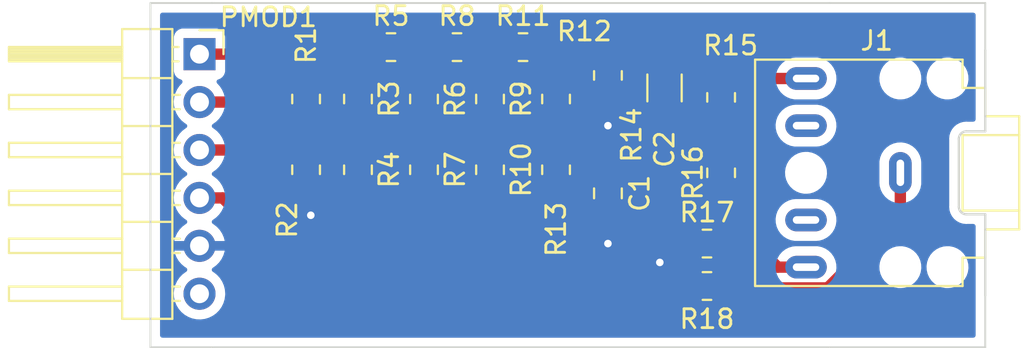
<source format=kicad_pcb>
(kicad_pcb (version 20211014) (generator pcbnew)
  (layers (0 "F.Cu" signal) (31 "B.Cu" signal) (34 "B.Paste" user) (35 "F.Paste" user) (36 "B.SilkS" user "B.Silkscreen") (37 "F.SilkS" user "F.Silkscreen") (38 "B.Mask" user) (39 "F.Mask" user) (44 "Edge.Cuts" user))
  (net 0 "")
  (net 1 "Net-(C1-Pad1)")
  (net 2 "GND")
  (net 3 "Net-(C2-Pad2)")
  (net 4 "Net-(J1-PadR)")
  (net 6 "Net-(J1-PadS)")
  (net 7 "Net-(J1-PadT)")
  (net 9 "Net-(PMOD1-Pad1)")
  (net 10 "Net-(PMOD1-Pad2)")
  (net 11 "Net-(PMOD1-Pad3)")
  (net 12 "Net-(PMOD1-Pad4)")
  (net 14 "Net-(R1-Pad1)")
  (net 15 "Net-(R1-Pad2)")
  (net 16 "Net-(R3-Pad2)")
  (net 17 "Net-(R5-Pad2)")
  (net 18 "Net-(R6-Pad2)")
  (net 19 "Net-(R11-Pad1)")
  (net 20 "Net-(R10-Pad1)")
  (net 21 "Net-(R12-Pad2)")
  (footprint "Resistor_SMD:R_0805_2012Metric" (layer "F.Cu") (at 153.75 95.0875 -90)
    (fp_text reference "R12" (at -3.5875 -1.5 180) (layer "F.SilkS"))
    (fp_text value "75" hide)
    (fp_line (start -0.227064 -0.735) (end 0.227064 -0.735) (layer "F.SilkS") (width 0.12))
    (fp_line (start -0.227064 0.735) (end 0.227064 0.735) (layer "F.SilkS") (width 0.12))
    (pad "1" smd roundrect (at -0.9125 0 270) (size 1.025 1.4) (layers "F.Cu" "F.Paste" "F.Mask") (roundrect_rratio 0.243902) (net 1 "Net-(C1-Pad1)"))
    (pad "2" smd roundrect (at 0.9125 0 270) (size 1.025 1.4) (layers "F.Cu" "F.Paste" "F.Mask") (roundrect_rratio 0.243902) (net 21 "Net-(R12-Pad2)"))
  )
  (footprint "pmod-conn_6x2:pmod_type_1_pin" (layer "F.Cu") (at 132.08 99.06)
    (fp_text reference "PMOD1" (at 6.42 -8.31 unlocked) (layer "F.SilkS"))
    (fp_text value "PMOD-Device-x1-Type-1-GPIO" hide)
    (fp_line (start -1.33 -1.65) (end -7.33 -1.65) (layer "F.SilkS") (width 0.12))
    (fp_line (start -7.33 -4.19) (end -7.33 -3.43) (layer "F.SilkS") (width 0.12))
    (fp_line (start -7.33 5.97) (end -7.33 6.73) (layer "F.SilkS") (width 0.12))
    (fp_line (start -1.33 0.89) (end -7.33 0.89) (layer "F.SilkS") (width 0.12))
    (fp_line (start 1.727071 -3.43) (end 1.33 -3.43) (layer "F.SilkS") (width 0.12))
    (fp_line (start 1.33 -5.08) (end -1.33 -5.08) (layer "F.SilkS") (width 0.12))
    (fp_line (start -1.33 -6.43) (end -7.33 -6.43) (layer "F.SilkS") (width 0.12))
    (fp_line (start -1.33 -4.19) (end -7.33 -4.19) (layer "F.SilkS") (width 0.12))
    (fp_line (start 1.727071 4.19) (end 1.33 4.19) (layer "F.SilkS") (width 0.12))
    (fp_line (start 1.33 2.54) (end -1.33 2.54) (layer "F.SilkS") (width 0.12))
    (fp_line (start 1.727071 -1.65) (end 1.33 -1.65) (layer "F.SilkS") (width 0.12))
    (fp_line (start 1.727071 3.43) (end 1.33 3.43) (layer "F.SilkS") (width 0.12))
    (fp_line (start 1.727071 1.65) (end 1.33 1.65) (layer "F.SilkS") (width 0.12))
    (fp_line (start -7.33 3.43) (end -7.33 4.19) (layer "F.SilkS") (width 0.12))
    (fp_line (start -7.33 -1.65) (end -7.33 -0.89) (layer "F.SilkS") (width 0.12))
    (fp_line (start 1.727071 0.89) (end 1.33 0.89) (layer "F.SilkS") (width 0.12))
    (fp_line (start -1.33 -6.19) (end -7.33 -6.19) (layer "F.SilkS") (width 0.12))
    (fp_line (start -1.33 -6.55) (end -7.33 -6.55) (layer "F.SilkS") (width 0.12))
    (fp_line (start -1.33 7.68) (end -1.33 -7.68) (layer "F.SilkS") (width 0.12))
    (fp_line (start 1.33 0) (end -1.33 0) (layer "F.SilkS") (width 0.12))
    (fp_line (start -7.33 -0.89) (end -1.33 -0.89) (layer "F.SilkS") (width 0.12))
    (fp_line (start -7.33 4.19) (end -1.33 4.19) (layer "F.SilkS") (width 0.12))
    (fp_line (start 1.727071 -0.89) (end 1.33 -0.89) (layer "F.SilkS") (width 0.12))
    (fp_line (start 1.66 -6.73) (end 1.33 -6.73) (layer "F.SilkS") (width 0.12))
    (fp_line (start -1.33 -7.68) (end 1.33 -7.68) (layer "F.SilkS") (width 0.12))
    (fp_line (start 4.04 -7.62) (end 2.77 -7.62) (layer "F.SilkS") (width 0.12))
    (fp_line (start -7.33 1.65) (end -1.33 1.65) (layer "F.SilkS") (width 0.12))
    (fp_line (start -1.33 3.43) (end -7.33 3.43) (layer "F.SilkS") (width 0.12))
    (fp_line (start -7.33 0.89) (end -7.33 1.65) (layer "F.SilkS") (width 0.12))
    (fp_line (start -7.33 -5.97) (end -1.33 -5.97) (layer "F.SilkS") (width 0.12))
    (fp_line (start 1.33 5.08) (end -1.33 5.08) (layer "F.SilkS") (width 0.12))
    (fp_line (start 1.33 -2.54) (end -1.33 -2.54) (layer "F.SilkS") (width 0.12))
    (fp_line (start 1.727071 5.97) (end 1.33 5.97) (layer "F.SilkS") (width 0.12))
    (fp_line (start -7.33 -6.73) (end -7.33 -5.97) (layer "F.SilkS") (width 0.12))
    (fp_line (start 1.727071 -4.19) (end 1.33 -4.19) (layer "F.SilkS") (width 0.12))
    (fp_line (start 1.33 7.68) (end -1.33 7.68) (layer "F.SilkS") (width 0.12))
    (fp_line (start 1.66 -5.97) (end 1.33 -5.97) (layer "F.SilkS") (width 0.12))
    (fp_line (start -1.33 -6.73) (end -7.33 -6.73) (layer "F.SilkS") (width 0.12))
    (fp_line (start 4.04 -6.35) (end 4.04 -7.62) (layer "F.SilkS") (width 0.12))
    (fp_line (start -1.33 -6.67) (end -7.33 -6.67) (layer "F.SilkS") (width 0.12))
    (fp_line (start -7.33 -3.43) (end -1.33 -3.43) (layer "F.SilkS") (width 0.12))
    (fp_line (start 1.33 -7.68) (end 1.33 7.68) (layer "F.SilkS") (width 0.12))
    (fp_line (start -1.33 -6.31) (end -7.33 -6.31) (layer "F.SilkS") (width 0.12))
    (fp_line (start -7.33 6.73) (end -1.33 6.73) (layer "F.SilkS") (width 0.12))
    (fp_line (start 1.727071 6.73) (end 1.33 6.73) (layer "F.SilkS") (width 0.12))
    (fp_line (start -1.33 -6.07) (end -7.33 -6.07) (layer "F.SilkS") (width 0.12))
    (fp_line (start -1.33 5.97) (end -7.33 5.97) (layer "F.SilkS") (width 0.12))
    (pad "1" thru_hole rect (at 2.77 -6.35) (size 1.7 1.7) (drill 1) (layers *.Cu *.Mask) (net 9 "Net-(PMOD1-Pad1)"))
    (pad "2" thru_hole oval (at 2.77 -3.81) (size 1.7 1.7) (drill 1) (layers *.Cu *.Mask) (net 10 "Net-(PMOD1-Pad2)"))
    (pad "3" thru_hole oval (at 2.77 -1.27) (size 1.7 1.7) (drill 1) (layers *.Cu *.Mask) (net 11 "Net-(PMOD1-Pad3)"))
    (pad "4" thru_hole oval (at 2.77 1.27) (size 1.7 1.7) (drill 1) (layers *.Cu *.Mask) (net 12 "Net-(PMOD1-Pad4)"))
    (pad "5" thru_hole oval (at 2.77 3.81) (size 1.7 1.7) (drill 1) (layers *.Cu *.Mask) (net 2 "GND"))
    (pad "6" thru_hole oval (at 2.77 6.35) (size 1.7 1.7) (drill 1) (layers *.Cu *.Mask))
  )
  (footprint "Resistor_SMD:R_0805_2012Metric" (layer "F.Cu") (at 145 92.3375)
    (fp_text reference "R5" (at 0 -1.65) (layer "F.SilkS"))
    (fp_text value "75" hide)
    (fp_line (start -0.227064 0.735) (end 0.227064 0.735) (layer "F.SilkS") (width 0.12))
    (fp_line (start -0.227064 -0.735) (end 0.227064 -0.735) (layer "F.SilkS") (width 0.12))
    (pad "1" smd roundrect (at -0.9125 0) (size 1.025 1.4) (layers "F.Cu" "F.Paste" "F.Mask") (roundrect_rratio 0.243902) (net 14 "Net-(R1-Pad1)"))
    (pad "2" smd roundrect (at 0.9125 0) (size 1.025 1.4) (layers "F.Cu" "F.Paste" "F.Mask") (roundrect_rratio 0.243902) (net 17 "Net-(R5-Pad2)"))
  )
  (footprint "Resistor_SMD:R_0805_2012Metric" (layer "F.Cu") (at 150.25 98.8375 -90)
    (fp_text reference "R10" (at 0 -1.65 90) (layer "F.SilkS"))
    (fp_text value "75" hide)
    (fp_line (start -0.227064 -0.735) (end 0.227064 -0.735) (layer "F.SilkS") (width 0.12))
    (fp_line (start -0.227064 0.735) (end 0.227064 0.735) (layer "F.SilkS") (width 0.12))
    (pad "1" smd roundrect (at -0.9125 0 270) (size 1.025 1.4) (layers "F.Cu" "F.Paste" "F.Mask") (roundrect_rratio 0.243902) (net 20 "Net-(R10-Pad1)"))
    (pad "2" smd roundrect (at 0.9125 0 270) (size 1.025 1.4) (layers "F.Cu" "F.Paste" "F.Mask") (roundrect_rratio 0.243902) (net 11 "Net-(PMOD1-Pad3)"))
  )
  (footprint "Resistor_SMD:R_0805_2012Metric" (layer "F.Cu") (at 150.25 95.0875 -90)
    (fp_text reference "R9" (at 0 -1.65 90) (layer "F.SilkS"))
    (fp_text value "75" hide)
    (fp_line (start -0.227064 0.735) (end 0.227064 0.735) (layer "F.SilkS") (width 0.12))
    (fp_line (start -0.227064 -0.735) (end 0.227064 -0.735) (layer "F.SilkS") (width 0.12))
    (pad "1" smd roundrect (at -0.9125 0 270) (size 1.025 1.4) (layers "F.Cu" "F.Paste" "F.Mask") (roundrect_rratio 0.243902) (net 19 "Net-(R11-Pad1)"))
    (pad "2" smd roundrect (at 0.9125 0 270) (size 1.025 1.4) (layers "F.Cu" "F.Paste" "F.Mask") (roundrect_rratio 0.243902) (net 20 "Net-(R10-Pad1)"))
  )
  (footprint "Resistor_SMD:R_0805_2012Metric" (layer "F.Cu") (at 143.25 95.0875 -90)
    (fp_text reference "R3" (at 0 -1.65 90) (layer "F.SilkS"))
    (fp_text value "75" hide)
    (fp_line (start -0.227064 0.735) (end 0.227064 0.735) (layer "F.SilkS") (width 0.12))
    (fp_line (start -0.227064 -0.735) (end 0.227064 -0.735) (layer "F.SilkS") (width 0.12))
    (pad "1" smd roundrect (at -0.9125 0 270) (size 1.025 1.4) (layers "F.Cu" "F.Paste" "F.Mask") (roundrect_rratio 0.243902) (net 14 "Net-(R1-Pad1)"))
    (pad "2" smd roundrect (at 0.9125 0 270) (size 1.025 1.4) (layers "F.Cu" "F.Paste" "F.Mask") (roundrect_rratio 0.243902) (net 16 "Net-(R3-Pad2)"))
  )
  (footprint "Resistor_SMD:R_0805_2012Metric" (layer "F.Cu") (at 156.5 93.8375 -90)
    (fp_text reference "R14" (at 3.1625 -1.25 90) (layer "F.SilkS"))
    (fp_text value "1M" hide)
    (fp_line (start -0.227064 0.735) (end 0.227064 0.735) (layer "F.SilkS") (width 0.12))
    (fp_line (start -0.227064 -0.735) (end 0.227064 -0.735) (layer "F.SilkS") (width 0.12))
    (pad "1" smd roundrect (at -0.9125 0 270) (size 1.025 1.4) (layers "F.Cu" "F.Paste" "F.Mask") (roundrect_rratio 0.243902) (net 1 "Net-(C1-Pad1)"))
    (pad "2" smd roundrect (at 0.9125 0 270) (size 1.025 1.4) (layers "F.Cu" "F.Paste" "F.Mask") (roundrect_rratio 0.243902) (net 2 "GND"))
  )
  (footprint "Resistor_SMD:R_0805_2012Metric" (layer "F.Cu") (at 146.75 98.8375 -90)
    (fp_text reference "R7" (at 0 -1.65 90) (layer "F.SilkS"))
    (fp_text value "75" hide)
    (fp_line (start -0.227064 0.735) (end 0.227064 0.735) (layer "F.SilkS") (width 0.12))
    (fp_line (start -0.227064 -0.735) (end 0.227064 -0.735) (layer "F.SilkS") (width 0.12))
    (pad "1" smd roundrect (at -0.9125 0 270) (size 1.025 1.4) (layers "F.Cu" "F.Paste" "F.Mask") (roundrect_rratio 0.243902) (net 18 "Net-(R6-Pad2)"))
    (pad "2" smd roundrect (at 0.9125 0 270) (size 1.025 1.4) (layers "F.Cu" "F.Paste" "F.Mask") (roundrect_rratio 0.243902) (net 10 "Net-(PMOD1-Pad2)"))
  )
  (footprint "Resistor_SMD:R_0805_2012Metric" (layer "F.Cu") (at 140.5 98.8375 -90)
    (fp_text reference "R2" (at 2.6625 1 90) (layer "F.SilkS"))
    (fp_text value "75" hide)
    (fp_line (start -0.227064 -0.735) (end 0.227064 -0.735) (layer "F.SilkS") (width 0.12))
    (fp_line (start -0.227064 0.735) (end 0.227064 0.735) (layer "F.SilkS") (width 0.12))
    (pad "1" smd roundrect (at -0.9125 0 270) (size 1.025 1.4) (layers "F.Cu" "F.Paste" "F.Mask") (roundrect_rratio 0.243902) (net 15 "Net-(R1-Pad2)"))
    (pad "2" smd roundrect (at 0.9125 0 270) (size 1.025 1.4) (layers "F.Cu" "F.Paste" "F.Mask") (roundrect_rratio 0.243902) (net 2 "GND"))
  )
  (footprint "Resistor_SMD:R_0805_2012Metric" (layer "F.Cu") (at 162.5 99 -90)
    (fp_text reference "R16" (at 0 1.5 90) (layer "F.SilkS"))
    (fp_text value "0" hide)
    (fp_line (start -0.227064 -0.735) (end 0.227064 -0.735) (layer "F.SilkS") (width 0.12))
    (fp_line (start -0.227064 0.735) (end 0.227064 0.735) (layer "F.SilkS") (width 0.12))
    (pad "1" smd roundrect (at -0.9125 0 270) (size 1.025 1.4) (layers "F.Cu" "F.Paste" "F.Mask") (roundrect_rratio 0.243902) (net 3 "Net-(C2-Pad2)"))
    (pad "2" smd roundrect (at 0.9125 0 270) (size 1.025 1.4) (layers "F.Cu" "F.Paste" "F.Mask") (roundrect_rratio 0.243902) (net 4 "Net-(J1-PadR)"))
  )
  (footprint "Resistor_SMD:R_0805_2012Metric" (layer "F.Cu") (at 140.5 95.0875 -90)
    (fp_text reference "R1" (at -2.8375 0 90) (layer "F.SilkS"))
    (fp_text value "75" hide)
    (fp_line (start -0.227064 -0.735) (end 0.227064 -0.735) (layer "F.SilkS") (width 0.12))
    (fp_line (start -0.227064 0.735) (end 0.227064 0.735) (layer "F.SilkS") (width 0.12))
    (pad "1" smd roundrect (at -0.9125 0 270) (size 1.025 1.4) (layers "F.Cu" "F.Paste" "F.Mask") (roundrect_rratio 0.243902) (net 14 "Net-(R1-Pad1)"))
    (pad "2" smd roundrect (at 0.9125 0 270) (size 1.025 1.4) (layers "F.Cu" "F.Paste" "F.Mask") (roundrect_rratio 0.243902) (net 15 "Net-(R1-Pad2)"))
  )
  (footprint "Resistor_SMD:R_0805_2012Metric" (layer "F.Cu") (at 161.75 102.75)
    (fp_text reference "R17" (at 0 -1.65) (layer "F.SilkS"))
    (fp_text value "0" hide)
    (fp_line (start -0.227064 0.735) (end 0.227064 0.735) (layer "F.SilkS") (width 0.12))
    (fp_line (start -0.227064 -0.735) (end 0.227064 -0.735) (layer "F.SilkS") (width 0.12))
    (pad "1" smd roundrect (at -0.9125 0) (size 1.025 1.4) (layers "F.Cu" "F.Paste" "F.Mask") (roundrect_rratio 0.243902) (net 2 "GND"))
    (pad "2" smd roundrect (at 0.9125 0) (size 1.025 1.4) (layers "F.Cu" "F.Paste" "F.Mask") (roundrect_rratio 0.243902) (net 4 "Net-(J1-PadR)"))
  )
  (footprint "Resistor_SMD:R_0805_2012Metric" (layer "F.Cu") (at 143.25 98.8375 -90)
    (fp_text reference "R4" (at 0 -1.65 90) (layer "F.SilkS"))
    (fp_text value "75" hide)
    (fp_line (start -0.227064 0.735) (end 0.227064 0.735) (layer "F.SilkS") (width 0.12))
    (fp_line (start -0.227064 -0.735) (end 0.227064 -0.735) (layer "F.SilkS") (width 0.12))
    (pad "1" smd roundrect (at -0.9125 0 270) (size 1.025 1.4) (layers "F.Cu" "F.Paste" "F.Mask") (roundrect_rratio 0.243902) (net 16 "Net-(R3-Pad2)"))
    (pad "2" smd roundrect (at 0.9125 0 270) (size 1.025 1.4) (layers "F.Cu" "F.Paste" "F.Mask") (roundrect_rratio 0.243902) (net 9 "Net-(PMOD1-Pad1)"))
  )
  (footprint "Resistor_SMD:R_0805_2012Metric" (layer "F.Cu") (at 148.5 92.3375)
    (fp_text reference "R8" (at 0 -1.65) (layer "F.SilkS"))
    (fp_text value "75" hide)
    (fp_line (start -0.227064 -0.735) (end 0.227064 -0.735) (layer "F.SilkS") (width 0.12))
    (fp_line (start -0.227064 0.735) (end 0.227064 0.735) (layer "F.SilkS") (width 0.12))
    (pad "1" smd roundrect (at -0.9125 0) (size 1.025 1.4) (layers "F.Cu" "F.Paste" "F.Mask") (roundrect_rratio 0.243902) (net 17 "Net-(R5-Pad2)"))
    (pad "2" smd roundrect (at 0.9125 0) (size 1.025 1.4) (layers "F.Cu" "F.Paste" "F.Mask") (roundrect_rratio 0.243902) (net 19 "Net-(R11-Pad1)"))
  )
  (footprint "Capacitor_SMD:C_0805_2012Metric" (layer "F.Cu") (at 156.5 100.0875 -90)
    (fp_text reference "C1" (at 0 -1.68 90) (layer "F.SilkS"))
    (fp_text value "1n" hide)
    (fp_line (start -0.261252 0.735) (end 0.261252 0.735) (layer "F.SilkS") (width 0.12))
    (fp_line (start -0.261252 -0.735) (end 0.261252 -0.735) (layer "F.SilkS") (width 0.12))
    (pad "1" smd roundrect (at -0.95 0 270) (size 1 1.45) (layers "F.Cu" "F.Paste" "F.Mask") (net 1 "Net-(C1-Pad1)"))
    (pad "2" smd roundrect (at 0.95 0 270) (size 1 1.45) (layers "F.Cu" "F.Paste" "F.Mask") (net 2 "GND"))
  )
  (footprint "Resistor_SMD:R_0805_2012Metric" (layer "F.Cu") (at 153.75 98.8375 -90)
    (fp_text reference "R13" (at 3.1625 0 90) (layer "F.SilkS"))
    (fp_text value "75" hide)
    (fp_line (start -0.227064 0.735) (end 0.227064 0.735) (layer "F.SilkS") (width 0.12))
    (fp_line (start -0.227064 -0.735) (end 0.227064 -0.735) (layer "F.SilkS") (width 0.12))
    (pad "1" smd roundrect (at -0.9125 0 270) (size 1.025 1.4) (layers "F.Cu" "F.Paste" "F.Mask") (roundrect_rratio 0.243902) (net 21 "Net-(R12-Pad2)"))
    (pad "2" smd roundrect (at 0.9125 0 270) (size 1.025 1.4) (layers "F.Cu" "F.Paste" "F.Mask") (roundrect_rratio 0.243902) (net 12 "Net-(PMOD1-Pad4)"))
  )
  (footprint "Resistor_SMD:R_0805_2012Metric" (layer "F.Cu") (at 161.75 105)
    (fp_text reference "R18" (at 0 1.75) (layer "F.SilkS"))
    (fp_text value "0" hide)
    (fp_line (start -0.227064 0.735) (end 0.227064 0.735) (layer "F.SilkS") (width 0.12))
    (fp_line (start -0.227064 -0.735) (end 0.227064 -0.735) (layer "F.SilkS") (width 0.12))
    (pad "1" smd roundrect (at -0.9125 0) (size 1.025 1.4) (layers "F.Cu" "F.Paste" "F.Mask") (roundrect_rratio 0.243902) (net 2 "GND"))
    (pad "2" smd roundrect (at 0.9125 0) (size 1.025 1.4) (layers "F.Cu" "F.Paste" "F.Mask") (roundrect_rratio 0.243902) (net 6 "Net-(J1-PadS)"))
  )
  (footprint "Connector_Audio:Jack_3.5mm_CUI_SJ1-3525N_Horizontal" (layer "F.Cu") (at 172 99 90)
    (fp_text reference "J1" (at 7 -1.25 180) (layer "F.SilkS"))
    (fp_text value "AudioJack3_SwitchTR" hide)
    (fp_line (start -2 3.3) (end -2 6.3) (layer "F.SilkS") (width 0.12))
    (fp_line (start -6 -7.7) (end 6 -7.7) (layer "F.SilkS") (width 0.12))
    (fp_line (start 4.5 3.3) (end 4.5 4.5) (layer "F.SilkS") (width 0.12))
    (fp_line (start 6 -7.7) (end 6 3.3) (layer "F.SilkS") (width 0.12))
    (fp_line (start 6 3.3) (end 4.5 3.3) (layer "F.SilkS") (width 0.12))
    (fp_line (start -3 4.5) (end -4.5 4.5) (layer "F.SilkS") (width 0.12))
    (fp_line (start -6 3.3) (end -6 -7.7) (layer "F.SilkS") (width 0.12))
    (fp_line (start -4.5 4.5) (end -4.5 3.3) (layer "F.SilkS") (width 0.12))
    (fp_line (start 3 4.5) (end 3 6.3) (layer "F.SilkS") (width 0.12))
    (fp_line (start 3 6.3) (end -3 6.3) (layer "F.SilkS") (width 0.12))
    (fp_line (start 2 3.3) (end -2 3.3) (layer "F.SilkS") (width 0.12))
    (fp_line (start 4.5 4.5) (end 3 4.5) (layer "F.SilkS") (width 0.12))
    (fp_line (start -4.5 3.3) (end -6 3.3) (layer "F.SilkS") (width 0.12))
    (fp_line (start -3 6.3) (end -3 4.5) (layer "F.SilkS") (width 0.12))
    (fp_line (start 2 6.3) (end 2 3.3) (layer "F.SilkS") (width 0.12))
    (fp_line (start 2.2 3.5) (end 2.2 4.5) (layer "Edge.Cuts") (width 0.12))
    (fp_line (start -2.2 4.5) (end -6.5 4.5) (layer "Edge.Cuts") (width 0.12))
    (fp_line (start -2.2 3.5) (end -2.2 4.5) (layer "Edge.Cuts") (width 0.12))
    (fp_line (start 2.2 4.5) (end 6.5 4.5) (layer "Edge.Cuts") (width 0.12))
    (fp_line (start 1.8 3.1) (end -1.8 3.1) (layer "Edge.Cuts") (width 0.12))
    (fp_arc (start 1.8 3.1) (mid 2.082843 3.217157) (end 2.2 3.5) (layer "Edge.Cuts") (width 0.12))
    (fp_arc (start -2.2 3.5) (mid -2.082842 3.217158) (end -1.8 3.1) (layer "Edge.Cuts") (width 0.12))
    (pad "" np_thru_hole circle (at 5 0 90) (size 1.2 1.2) (drill 1.2) (layers *.Cu))
    (pad "" np_thru_hole circle (at -5 2.5 90) (size 1.2 1.2) (drill 1.2) (layers *.Cu))
    (pad "" np_thru_hole circle (at -5 0 90) (size 1.2 1.2) (drill 1.2) (layers *.Cu))
    (pad "" np_thru_hole circle (at 0 -5 90) (size 1.2 1.2) (drill 1.2) (layers *.Cu))
    (pad "" np_thru_hole circle (at 5 2.5 90) (size 1.2 1.2) (drill 1.2) (layers *.Cu))
    (pad "R" thru_hole oval (at -5 -5 90) (size 1.2 2.2) (drill oval 0.4 1.4) (layers *.Cu *.Mask) (net 4 "Net-(J1-PadR)"))
    (pad "RN" thru_hole oval (at -2.5 -5 90) (size 1.2 2.2) (drill oval 0.4 1.4) (layers *.Cu *.Mask))
    (pad "S" thru_hole oval (at 0 0 90) (size 2.2 1.2) (drill oval 1.4 0.4) (layers *.Cu *.Mask) (net 6 "Net-(J1-PadS)"))
    (pad "T" thru_hole oval (at 5 -5 270) (size 1.2 2.2) (drill oval 0.4 1.4) (layers *.Cu *.Mask) (net 7 "Net-(J1-PadT)"))
    (pad "TN" thru_hole oval (at 2.5 -5 270) (size 1.2 2.2) (drill oval 0.4 1.4) (layers *.Cu *.Mask))
  )
  (footprint "Resistor_SMD:R_0805_2012Metric" (layer "F.Cu") (at 162.5 95 90)
    (fp_text reference "R15" (at 2.75 0.5 180) (layer "F.SilkS"))
    (fp_text value "0" hide)
    (fp_line (start -0.227064 0.735) (end 0.227064 0.735) (layer "F.SilkS") (width 0.12))
    (fp_line (start -0.227064 -0.735) (end 0.227064 -0.735) (layer "F.SilkS") (width 0.12))
    (pad "1" smd roundrect (at -0.9125 0 90) (size 1.025 1.4) (layers "F.Cu" "F.Paste" "F.Mask") (roundrect_rratio 0.243902) (net 3 "Net-(C2-Pad2)"))
    (pad "2" smd roundrect (at 0.9125 0 90) (size 1.025 1.4) (layers "F.Cu" "F.Paste" "F.Mask") (roundrect_rratio 0.243902) (net 7 "Net-(J1-PadT)"))
  )
  (footprint "Capacitor_SMD:C_1206_3216Metric" (layer "F.Cu") (at 159.5 94.5 -90)
    (fp_text reference "C2" (at 3.25 0 90) (layer "F.SilkS"))
    (fp_text value "106" hide)
    (fp_line (start -0.711252 -0.91) (end 0.711252 -0.91) (layer "F.SilkS") (width 0.12))
    (fp_line (start -0.711252 0.91) (end 0.711252 0.91) (layer "F.SilkS") (width 0.12))
    (pad "1" smd roundrect (at -1.475 0 270) (size 1.15 1.8) (layers "F.Cu" "F.Paste" "F.Mask") (roundrect_rratio 0.217391) (net 1 "Net-(C1-Pad1)"))
    (pad "2" smd roundrect (at 1.475 0 270) (size 1.15 1.8) (layers "F.Cu" "F.Paste" "F.Mask") (roundrect_rratio 0.217391) (net 3 "Net-(C2-Pad2)"))
  )
  (footprint "Resistor_SMD:R_0805_2012Metric" (layer "F.Cu") (at 146.75 95.0875 -90)
    (fp_text reference "R6" (at 0 -1.65 90) (layer "F.SilkS"))
    (fp_text value "75" hide)
    (fp_line (start -0.227064 -0.735) (end 0.227064 -0.735) (layer "F.SilkS") (width 0.12))
    (fp_line (start -0.227064 0.735) (end 0.227064 0.735) (layer "F.SilkS") (width 0.12))
    (pad "1" smd roundrect (at -0.9125 0 270) (size 1.025 1.4) (layers "F.Cu" "F.Paste" "F.Mask") (roundrect_rratio 0.243902) (net 17 "Net-(R5-Pad2)"))
    (pad "2" smd roundrect (at 0.9125 0 270) (size 1.025 1.4) (layers "F.Cu" "F.Paste" "F.Mask") (roundrect_rratio 0.243902) (net 18 "Net-(R6-Pad2)"))
  )
  (footprint "Resistor_SMD:R_0805_2012Metric" (layer "F.Cu") (at 152 92.3375)
    (fp_text reference "R11" (at 0 -1.65) (layer "F.SilkS"))
    (fp_text value "75" hide)
    (fp_line (start -0.227064 -0.735) (end 0.227064 -0.735) (layer "F.SilkS") (width 0.12))
    (fp_line (start -0.227064 0.735) (end 0.227064 0.735) (layer "F.SilkS") (width 0.12))
    (pad "1" smd roundrect (at -0.9125 0) (size 1.025 1.4) (layers "F.Cu" "F.Paste" "F.Mask") (roundrect_rratio 0.243902) (net 19 "Net-(R11-Pad1)"))
    (pad "2" smd roundrect (at 0.9125 0) (size 1.025 1.4) (layers "F.Cu" "F.Paste" "F.Mask") (roundrect_rratio 0.243902) (net 1 "Net-(C1-Pad1)"))
  )
  (gr_line (start 135.5 108.25) (end 132.25 108.25) (layer "Edge.Cuts") (width 0.1))
  (gr_line (start 176.5 108.25) (end 176.5 105.5) (layer "Edge.Cuts") (width 0.1))
  (gr_line (start 168.25 90) (end 176.5 90) (layer "Edge.Cuts") (width 0.1))
  (gr_line (start 132.25 90) (end 132.25 90.25) (layer "Edge.Cuts") (width 0.1))
  (gr_line (start 176.5 90) (end 176.5 92.5) (layer "Edge.Cuts") (width 0.1))
  (gr_line (start 168.25 90) (end 135.5 90) (layer "Edge.Cuts") (width 0.1))
  (gr_line (start 135.5 90) (end 132.25 90) (layer "Edge.Cuts") (width 0.1))
  (gr_line (start 168.25 108.25) (end 176.5 108.25) (layer "Edge.Cuts") (width 0.1))
  (gr_line (start 132.25 90.25) (end 132.25 108.25) (layer "Edge.Cuts") (width 0.1))
  (gr_line (start 135.5 108.25) (end 168.25 108.25) (layer "Edge.Cuts") (width 0.1))
  (segment (start 153.75 93.175) (end 152.9125 92.3375) (width 0.6) (layer "F.Cu") (net 1))
  (segment (start 157.75 93.75) (end 157.75 97.8875) (width 0.6) (layer "F.Cu") (net 1))
  (segment (start 156.5 92.925) (end 154 92.925) (width 0.6) (layer "F.Cu") (net 1))
  (segment (start 156.925 92.925) (end 157.75 93.75) (width 0.6) (layer "F.Cu") (net 1))
  (segment (start 153.75 94.175) (end 153.75 93.175) (width 0.6) (layer "F.Cu") (net 1))
  (segment (start 159.5 93.025) (end 158.475 93.025) (width 0.6) (layer "F.Cu") (net 1))
  (segment (start 154 92.925) (end 153.75 93.175) (width 0.6) (layer "F.Cu") (net 1))
  (segment (start 158.475 93.025) (end 157.75 93.75) (width 0.6) (layer "F.Cu") (net 1))
  (segment (start 156.5 92.925) (end 156.925 92.925) (width 0.6) (layer "F.Cu") (net 1))
  (segment (start 157.75 97.8875) (end 156.5 99.1375) (width 0.6) (layer "F.Cu") (net 1))
  (segment (start 160.8375 105) (end 160 105) (width 0.6) (layer "F.Cu") (net 2))
  (segment (start 156.5 101.0375) (end 156.5 102.75) (width 0.6) (layer "F.Cu") (net 2))
  (segment (start 159.25 104.25) (end 159.25 103.75) (width 0.6) (layer "F.Cu") (net 2))
  (segment (start 140.5 99.75) (end 140.5 101) (width 0.6) (layer "F.Cu") (net 2))
  (segment (start 160.8375 102.75) (end 160.25 102.75) (width 0.6) (layer "F.Cu") (net 2))
  (segment (start 156.5 94.75) (end 156.5 96.5) (width 0.6) (layer "F.Cu") (net 2))
  (segment (start 160.25 102.75) (end 159.25 103.75) (width 0.6) (layer "F.Cu") (net 2))
  (segment (start 160 105) (end 159.25 104.25) (width 0.6) (layer "F.Cu") (net 2))
  (segment (start 140.5 101) (end 140.75 101.25) (width 0.6) (layer "F.Cu") (net 2))
  (via (at 156.5 96.5) (size 0.8) (drill 0.4) (layers "F.Cu" "B.Cu") (net 2))
  (via (at 156.5 102.75) (size 0.8) (drill 0.4) (layers "F.Cu" "B.Cu") (net 2))
  (via (at 159.25 103.75) (size 0.8) (drill 0.4) (layers "F.Cu" "B.Cu") (net 2))
  (via (at 140.75 101.25) (size 0.8) (drill 0.4) (layers "F.Cu" "B.Cu") (net 2))
  (segment (start 159.5 95.975) (end 162.4375 95.975) (width 0.6) (layer "F.Cu") (net 3))
  (segment (start 162.4375 95.975) (end 162.5 95.9125) (width 0.6) (layer "F.Cu") (net 3))
  (segment (start 162.5 98.0875) (end 162.5 95.9125) (width 0.6) (layer "F.Cu") (net 3))
  (segment (start 167 104) (end 165.5 104) (width 0.6) (layer "F.Cu") (net 4))
  (segment (start 162.5 102.5875) (end 162.6625 102.75) (width 0.6) (layer "F.Cu") (net 4))
  (segment (start 165.5 104) (end 164.25 102.75) (width 0.6) (layer "F.Cu") (net 4))
  (segment (start 164.25 102.75) (end 162.6625 102.75) (width 0.6) (layer "F.Cu") (net 4))
  (segment (start 162.5 99.9125) (end 162.5 102.5875) (width 0.6) (layer "F.Cu") (net 4))
  (segment (start 162.76202 105.09952) (end 162.6625 105) (width 0.6) (layer "F.Cu") (net 6))
  (segment (start 172 101.25) (end 168.15048 105.09952) (width 0.6) (layer "F.Cu") (net 6))
  (segment (start 168.15048 105.09952) (end 162.76202 105.09952) (width 0.6) (layer "F.Cu") (net 6))
  (segment (start 172 99) (end 172 101.25) (width 0.6) (layer "F.Cu") (net 6))
  (segment (start 162.5875 94) (end 162.5 94.0875) (width 0.6) (layer "F.Cu") (net 7))
  (segment (start 167 94) (end 162.5875 94) (width 0.6) (layer "F.Cu") (net 7))
  (segment (start 142.25 103.25) (end 143.25 102.25) (width 0.6) (layer "F.Cu") (net 9))
  (segment (start 134.85 92.71) (end 137.46 92.71) (width 0.6) (layer "F.Cu") (net 9))
  (segment (start 139 94.25) (end 139 102.75) (width 0.6) (layer "F.Cu") (net 9))
  (segment (start 139.5 103.25) (end 142.25 103.25) (width 0.6) (layer "F.Cu") (net 9))
  (segment (start 143.25 102.25) (end 143.25 99.75) (width 0.6) (layer "F.Cu") (net 9))
  (segment (start 139 102.75) (end 139.5 103.25) (width 0.6) (layer "F.Cu") (net 9))
  (segment (start 137.46 92.71) (end 139 94.25) (width 0.6) (layer "F.Cu") (net 9))
  (segment (start 137.20048 95.25) (end 138.20048 96.25) (width 0.6) (layer "F.Cu") (net 10))
  (segment (start 145.45048 104.04952) (end 146.75 102.75) (width 0.6) (layer "F.Cu") (net 10))
  (segment (start 138.20048 96.25) (end 138.20048 103.081172) (width 0.6) (layer "F.Cu") (net 10))
  (segment (start 134.85 95.25) (end 137.20048 95.25) (width 0.6) (layer "F.Cu") (net 10))
  (segment (start 146.75 102.75) (end 146.75 99.75) (width 0.6) (layer "F.Cu") (net 10))
  (segment (start 139.168828 104.04952) (end 145.45048 104.04952) (width 0.6) (layer "F.Cu") (net 10))
  (segment (start 138.20048 103.081172) (end 139.168828 104.04952) (width 0.6) (layer "F.Cu") (net 10))
  (segment (start 138.837656 104.84904) (end 149.15096 104.84904) (width 0.6) (layer "F.Cu") (net 11))
  (segment (start 136.44096 97.79) (end 137.40096 98.75) (width 0.6) (layer "F.Cu") (net 11))
  (segment (start 149.15096 104.84904) (end 150.25 103.75) (width 0.6) (layer "F.Cu") (net 11))
  (segment (start 137.40096 103.412344) (end 138.837656 104.84904) (width 0.6) (layer "F.Cu") (net 11))
  (segment (start 134.85 97.79) (end 136.44096 97.79) (width 0.6) (layer "F.Cu") (net 11))
  (segment (start 150.25 103.75) (end 150.25 99.75) (width 0.6) (layer "F.Cu") (net 11))
  (segment (start 137.40096 98.75) (end 137.40096 103.412344) (width 0.6) (layer "F.Cu") (net 11))
  (segment (start 136.08 100.33) (end 136.60144 100.85144) (width 0.6) (layer "F.Cu") (net 12))
  (segment (start 153.75 103) (end 153.75 99.75) (width 0.6) (layer "F.Cu") (net 12))
  (segment (start 138.506484 105.64856) (end 151.10144 105.64856) (width 0.6) (layer "F.Cu") (net 12))
  (segment (start 136.60144 100.85144) (end 136.60144 103.743516) (width 0.6) (layer "F.Cu") (net 12))
  (segment (start 151.10144 105.64856) (end 153.75 103) (width 0.6) (layer "F.Cu") (net 12))
  (segment (start 134.85 100.33) (end 136.08 100.33) (width 0.6) (layer "F.Cu") (net 12))
  (segment (start 136.60144 103.743516) (end 138.506484 105.64856) (width 0.6) (layer "F.Cu") (net 12))
  (segment (start 140.5 94.175) (end 143.25 94.175) (width 0.6) (layer "F.Cu") (net 14))
  (segment (start 143.25 93.175) (end 144.0875 92.3375) (width 0.6) (layer "F.Cu") (net 14))
  (segment (start 143.25 94.175) (end 143.25 93.175) (width 0.6) (layer "F.Cu") (net 14))
  (segment (start 140.5 97.925) (end 140.5 96) (width 0.6) (layer "F.Cu") (net 15))
  (segment (start 143.25 96) (end 143.25 97.925) (width 0.6) (layer "F.Cu") (net 16))
  (segment (start 146.8375 92.3375) (end 147.5875 92.3375) (width 0.6) (layer "F.Cu") (net 17))
  (segment (start 146.75 94.175) (end 146.75 92.425) (width 0.6) (layer "F.Cu") (net 17))
  (segment (start 145.9125 92.3375) (end 146.8375 92.3375) (width 0.6) (layer "F.Cu") (net 17))
  (segment (start 146.75 92.425) (end 146.8375 92.3375) (width 0.6) (layer "F.Cu") (net 17))
  (segment (start 146.75 96) (end 146.75 97.925) (width 0.6) (layer "F.Cu") (net 18))
  (segment (start 149.4125 92.3375) (end 150.3375 92.3375) (width 0.6) (layer "F.Cu") (net 19))
  (segment (start 150.25 94.175) (end 150.25 92.425) (width 0.6) (layer "F.Cu") (net 19))
  (segment (start 150.25 92.425) (end 150.3375 92.3375) (width 0.6) (layer "F.Cu") (net 19))
  (segment (start 150.3375 92.3375) (end 151.0875 92.3375) (width 0.6) (layer "F.Cu") (net 19))
  (segment (start 150.25 96) (end 150.25 97.925) (width 0.6) (layer "F.Cu") (net 20))
  (segment (start 153.75 96) (end 153.75 97.925) (width 0.6) (layer "F.Cu") (net 21))
  (zone (net 2) (net_name "GND") (layer "B.Cu") (connect_pads (clearance 0.508)) (min_thickness 0.254) (fill yes (thermal_gap 0.508) (thermal_bridge_width 0.508))
    (polygon (pts (xy 176.5 108.25) (xy 132.25 108.25) (xy 132.25 90) (xy 176.5 90)))
  )
)
</source>
